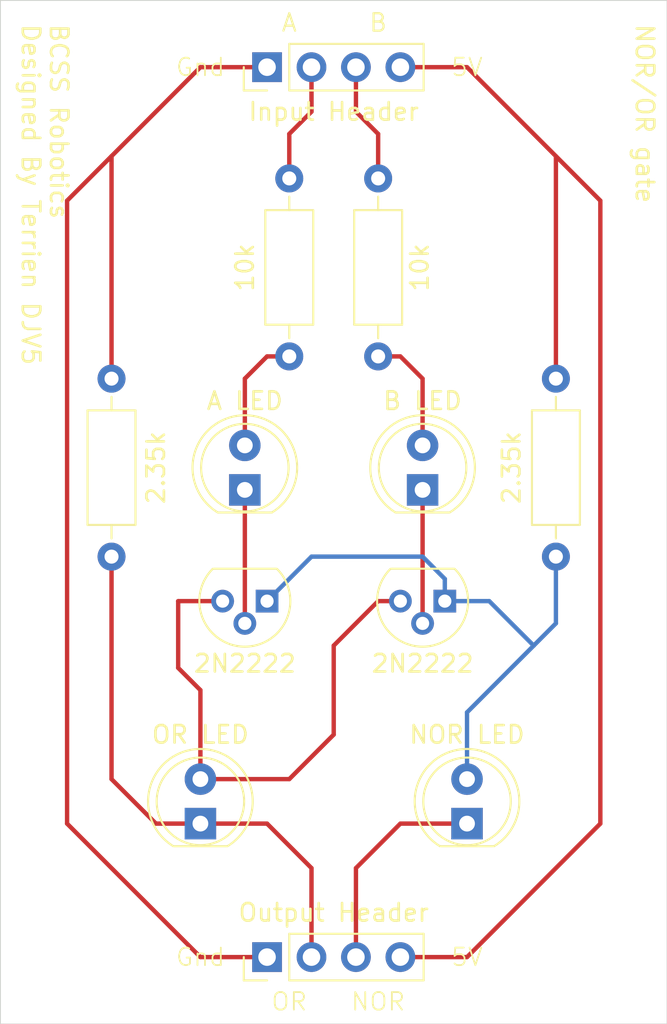
<source format=kicad_pcb>
(kicad_pcb (version 20171130) (host pcbnew 5.99.0+really5.1.12+dfsg1-1)

  (general
    (thickness 1.6)
    (drawings 14)
    (tracks 55)
    (zones 0)
    (modules 12)
    (nets 1)
  )

  (page A4)
  (layers
    (0 F.Cu signal)
    (31 B.Cu signal)
    (32 B.Adhes user)
    (33 F.Adhes user)
    (34 B.Paste user)
    (35 F.Paste user)
    (36 B.SilkS user)
    (37 F.SilkS user)
    (38 B.Mask user)
    (39 F.Mask user)
    (40 Dwgs.User user)
    (41 Cmts.User user)
    (42 Eco1.User user)
    (43 Eco2.User user)
    (44 Edge.Cuts user)
    (45 Margin user)
    (46 B.CrtYd user)
    (47 F.CrtYd user)
    (48 B.Fab user)
    (49 F.Fab user hide)
  )

  (setup
    (last_trace_width 0.25)
    (trace_clearance 0.2)
    (zone_clearance 0.508)
    (zone_45_only no)
    (trace_min 0.2)
    (via_size 0.8)
    (via_drill 0.4)
    (via_min_size 0.4)
    (via_min_drill 0.3)
    (uvia_size 0.3)
    (uvia_drill 0.1)
    (uvias_allowed no)
    (uvia_min_size 0.2)
    (uvia_min_drill 0.1)
    (edge_width 0.05)
    (segment_width 0.2)
    (pcb_text_width 0.3)
    (pcb_text_size 1.5 1.5)
    (mod_edge_width 0.12)
    (mod_text_size 1 1)
    (mod_text_width 0.15)
    (pad_size 0.85 0.85)
    (pad_drill 0.5)
    (pad_to_mask_clearance 0)
    (aux_axis_origin 0 0)
    (visible_elements FFFFFF7F)
    (pcbplotparams
      (layerselection 0x010fc_ffffffff)
      (usegerberextensions false)
      (usegerberattributes true)
      (usegerberadvancedattributes true)
      (creategerberjobfile true)
      (excludeedgelayer true)
      (linewidth 0.100000)
      (plotframeref false)
      (viasonmask false)
      (mode 1)
      (useauxorigin false)
      (hpglpennumber 1)
      (hpglpenspeed 20)
      (hpglpendiameter 15.000000)
      (psnegative false)
      (psa4output false)
      (plotreference true)
      (plotvalue true)
      (plotinvisibletext false)
      (padsonsilk false)
      (subtractmaskfromsilk false)
      (outputformat 1)
      (mirror false)
      (drillshape 0)
      (scaleselection 1)
      (outputdirectory ""))
  )

  (net 0 "")

  (net_class Default "This is the default net class."
    (clearance 0.2)
    (trace_width 0.25)
    (via_dia 0.8)
    (via_drill 0.4)
    (uvia_dia 0.3)
    (uvia_drill 0.1)
  )

  (module Connector_PinHeader_2.54mm:PinHeader_1x04_P2.54mm_Vertical (layer F.Cu) (tedit 59FED5CC) (tstamp 619BCDDD)
    (at 134.62 99.06 90)
    (descr "Through hole straight pin header, 1x04, 2.54mm pitch, single row")
    (tags "Through hole pin header THT 1x04 2.54mm single row")
    (fp_text reference "Output Header" (at 2.54 3.81 180) (layer F.SilkS)
      (effects (font (size 1 1) (thickness 0.15)))
    )
    (fp_text value PinHeader_1x04_P2.54mm_Vertical (at 0 9.95 90) (layer F.Fab)
      (effects (font (size 1 1) (thickness 0.15)))
    )
    (fp_text user %R (at 0 3.81) (layer F.Fab)
      (effects (font (size 1 1) (thickness 0.15)))
    )
    (fp_line (start -0.635 -1.27) (end 1.27 -1.27) (layer F.Fab) (width 0.1))
    (fp_line (start 1.27 -1.27) (end 1.27 8.89) (layer F.Fab) (width 0.1))
    (fp_line (start 1.27 8.89) (end -1.27 8.89) (layer F.Fab) (width 0.1))
    (fp_line (start -1.27 8.89) (end -1.27 -0.635) (layer F.Fab) (width 0.1))
    (fp_line (start -1.27 -0.635) (end -0.635 -1.27) (layer F.Fab) (width 0.1))
    (fp_line (start -1.33 8.95) (end 1.33 8.95) (layer F.SilkS) (width 0.12))
    (fp_line (start -1.33 1.27) (end -1.33 8.95) (layer F.SilkS) (width 0.12))
    (fp_line (start 1.33 1.27) (end 1.33 8.95) (layer F.SilkS) (width 0.12))
    (fp_line (start -1.33 1.27) (end 1.33 1.27) (layer F.SilkS) (width 0.12))
    (fp_line (start -1.33 0) (end -1.33 -1.33) (layer F.SilkS) (width 0.12))
    (fp_line (start -1.33 -1.33) (end 0 -1.33) (layer F.SilkS) (width 0.12))
    (fp_line (start -1.8 -1.8) (end -1.8 9.4) (layer F.CrtYd) (width 0.05))
    (fp_line (start -1.8 9.4) (end 1.8 9.4) (layer F.CrtYd) (width 0.05))
    (fp_line (start 1.8 9.4) (end 1.8 -1.8) (layer F.CrtYd) (width 0.05))
    (fp_line (start 1.8 -1.8) (end -1.8 -1.8) (layer F.CrtYd) (width 0.05))
    (pad 4 thru_hole oval (at 0 7.62 90) (size 1.7 1.7) (drill 1) (layers *.Cu *.Mask))
    (pad 3 thru_hole oval (at 0 5.08 90) (size 1.7 1.7) (drill 1) (layers *.Cu *.Mask))
    (pad 2 thru_hole oval (at 0 2.54 90) (size 1.7 1.7) (drill 1) (layers *.Cu *.Mask))
    (pad 1 thru_hole rect (at 0 0 90) (size 1.7 1.7) (drill 1) (layers *.Cu *.Mask))
    (model ${KISYS3DMOD}/Connector_PinHeader_2.54mm.3dshapes/PinHeader_1x04_P2.54mm_Vertical.wrl
      (at (xyz 0 0 0))
      (scale (xyz 1 1 1))
      (rotate (xyz 0 0 0))
    )
  )

  (module Connector_PinHeader_2.54mm:PinHeader_1x04_P2.54mm_Vertical (layer F.Cu) (tedit 59FED5CC) (tstamp 619BCBCC)
    (at 134.62 48.26 90)
    (descr "Through hole straight pin header, 1x04, 2.54mm pitch, single row")
    (tags "Through hole pin header THT 1x04 2.54mm single row")
    (fp_text reference "Input Header" (at -2.54 3.81 180) (layer F.SilkS)
      (effects (font (size 1 1) (thickness 0.15)))
    )
    (fp_text value PinHeader_1x04_P2.54mm_Vertical (at 0 9.95 90) (layer F.Fab)
      (effects (font (size 1 1) (thickness 0.15)))
    )
    (fp_text user %R (at 0 3.81) (layer F.Fab)
      (effects (font (size 1 1) (thickness 0.15)))
    )
    (fp_line (start -0.635 -1.27) (end 1.27 -1.27) (layer F.Fab) (width 0.1))
    (fp_line (start 1.27 -1.27) (end 1.27 8.89) (layer F.Fab) (width 0.1))
    (fp_line (start 1.27 8.89) (end -1.27 8.89) (layer F.Fab) (width 0.1))
    (fp_line (start -1.27 8.89) (end -1.27 -0.635) (layer F.Fab) (width 0.1))
    (fp_line (start -1.27 -0.635) (end -0.635 -1.27) (layer F.Fab) (width 0.1))
    (fp_line (start -1.33 8.95) (end 1.33 8.95) (layer F.SilkS) (width 0.12))
    (fp_line (start -1.33 1.27) (end -1.33 8.95) (layer F.SilkS) (width 0.12))
    (fp_line (start 1.33 1.27) (end 1.33 8.95) (layer F.SilkS) (width 0.12))
    (fp_line (start -1.33 1.27) (end 1.33 1.27) (layer F.SilkS) (width 0.12))
    (fp_line (start -1.33 0) (end -1.33 -1.33) (layer F.SilkS) (width 0.12))
    (fp_line (start -1.33 -1.33) (end 0 -1.33) (layer F.SilkS) (width 0.12))
    (fp_line (start -1.8 -1.8) (end -1.8 9.4) (layer F.CrtYd) (width 0.05))
    (fp_line (start -1.8 9.4) (end 1.8 9.4) (layer F.CrtYd) (width 0.05))
    (fp_line (start 1.8 9.4) (end 1.8 -1.8) (layer F.CrtYd) (width 0.05))
    (fp_line (start 1.8 -1.8) (end -1.8 -1.8) (layer F.CrtYd) (width 0.05))
    (pad 4 thru_hole oval (at 0 7.62 90) (size 1.7 1.7) (drill 1) (layers *.Cu *.Mask))
    (pad 3 thru_hole oval (at 0 5.08 90) (size 1.7 1.7) (drill 1) (layers *.Cu *.Mask))
    (pad 2 thru_hole oval (at 0 2.54 90) (size 1.7 1.7) (drill 1) (layers *.Cu *.Mask))
    (pad 1 thru_hole rect (at 0 0 90) (size 1.7 1.7) (drill 1) (layers *.Cu *.Mask))
    (model ${KISYS3DMOD}/Connector_PinHeader_2.54mm.3dshapes/PinHeader_1x04_P2.54mm_Vertical.wrl
      (at (xyz 0 0 0))
      (scale (xyz 1 1 1))
      (rotate (xyz 0 0 0))
    )
  )

  (module LED_THT:LED_D5.0mm (layer F.Cu) (tedit 5995936A) (tstamp 61983FC1)
    (at 130.81 91.44 90)
    (descr "LED, diameter 5.0mm, 2 pins, http://cdn-reichelt.de/documents/datenblatt/A500/LL-504BC2E-009.pdf")
    (tags "LED diameter 5.0mm 2 pins")
    (fp_text reference "OR LED" (at 5.08 0 180) (layer F.SilkS)
      (effects (font (size 1 1) (thickness 0.15)))
    )
    (fp_text value LED_D5.0mm (at 1.27 3.96 90) (layer F.Fab)
      (effects (font (size 1 1) (thickness 0.15)))
    )
    (fp_line (start 4.5 -3.25) (end -1.95 -3.25) (layer F.CrtYd) (width 0.05))
    (fp_line (start 4.5 3.25) (end 4.5 -3.25) (layer F.CrtYd) (width 0.05))
    (fp_line (start -1.95 3.25) (end 4.5 3.25) (layer F.CrtYd) (width 0.05))
    (fp_line (start -1.95 -3.25) (end -1.95 3.25) (layer F.CrtYd) (width 0.05))
    (fp_line (start -1.29 -1.545) (end -1.29 1.545) (layer F.SilkS) (width 0.12))
    (fp_line (start -1.23 -1.469694) (end -1.23 1.469694) (layer F.Fab) (width 0.1))
    (fp_circle (center 1.27 0) (end 3.77 0) (layer F.SilkS) (width 0.12))
    (fp_circle (center 1.27 0) (end 3.77 0) (layer F.Fab) (width 0.1))
    (fp_arc (start 1.27 0) (end -1.23 -1.469694) (angle 299.1) (layer F.Fab) (width 0.1))
    (fp_arc (start 1.27 0) (end -1.29 -1.54483) (angle 148.9) (layer F.SilkS) (width 0.12))
    (fp_arc (start 1.27 0) (end -1.29 1.54483) (angle -148.9) (layer F.SilkS) (width 0.12))
    (fp_text user %R (at 1.25 0 90) (layer F.Fab)
      (effects (font (size 0.8 0.8) (thickness 0.2)))
    )
    (pad 1 thru_hole rect (at 0 0 90) (size 1.8 1.8) (drill 0.9) (layers *.Cu *.Mask))
    (pad 2 thru_hole circle (at 2.54 0 90) (size 1.8 1.8) (drill 0.9) (layers *.Cu *.Mask))
    (model ${KISYS3DMOD}/LED_THT.3dshapes/LED_D5.0mm.wrl
      (at (xyz 0 0 0))
      (scale (xyz 1 1 1))
      (rotate (xyz 0 0 0))
    )
  )

  (module Resistor_THT:R_Axial_DIN0207_L6.3mm_D2.5mm_P10.16mm_Horizontal (layer F.Cu) (tedit 5AE5139B) (tstamp 61983FAB)
    (at 125.73 66.04 270)
    (descr "Resistor, Axial_DIN0207 series, Axial, Horizontal, pin pitch=10.16mm, 0.25W = 1/4W, length*diameter=6.3*2.5mm^2, http://cdn-reichelt.de/documents/datenblatt/B400/1_4W%23YAG.pdf")
    (tags "Resistor Axial_DIN0207 series Axial Horizontal pin pitch 10.16mm 0.25W = 1/4W length 6.3mm diameter 2.5mm")
    (fp_text reference 2.35k (at 5.08 -2.54 90) (layer F.SilkS)
      (effects (font (size 1 1) (thickness 0.15)))
    )
    (fp_text value R_Axial_DIN0207_L6.3mm_D2.5mm_P10.16mm_Horizontal (at 5.08 2.37 90) (layer F.Fab)
      (effects (font (size 1 1) (thickness 0.15)))
    )
    (fp_line (start 11.21 -1.5) (end -1.05 -1.5) (layer F.CrtYd) (width 0.05))
    (fp_line (start 11.21 1.5) (end 11.21 -1.5) (layer F.CrtYd) (width 0.05))
    (fp_line (start -1.05 1.5) (end 11.21 1.5) (layer F.CrtYd) (width 0.05))
    (fp_line (start -1.05 -1.5) (end -1.05 1.5) (layer F.CrtYd) (width 0.05))
    (fp_line (start 9.12 0) (end 8.35 0) (layer F.SilkS) (width 0.12))
    (fp_line (start 1.04 0) (end 1.81 0) (layer F.SilkS) (width 0.12))
    (fp_line (start 8.35 -1.37) (end 1.81 -1.37) (layer F.SilkS) (width 0.12))
    (fp_line (start 8.35 1.37) (end 8.35 -1.37) (layer F.SilkS) (width 0.12))
    (fp_line (start 1.81 1.37) (end 8.35 1.37) (layer F.SilkS) (width 0.12))
    (fp_line (start 1.81 -1.37) (end 1.81 1.37) (layer F.SilkS) (width 0.12))
    (fp_line (start 10.16 0) (end 8.23 0) (layer F.Fab) (width 0.1))
    (fp_line (start 0 0) (end 1.93 0) (layer F.Fab) (width 0.1))
    (fp_line (start 8.23 -1.25) (end 1.93 -1.25) (layer F.Fab) (width 0.1))
    (fp_line (start 8.23 1.25) (end 8.23 -1.25) (layer F.Fab) (width 0.1))
    (fp_line (start 1.93 1.25) (end 8.23 1.25) (layer F.Fab) (width 0.1))
    (fp_line (start 1.93 -1.25) (end 1.93 1.25) (layer F.Fab) (width 0.1))
    (fp_text user %R (at 5.08 0 90) (layer F.Fab)
      (effects (font (size 1 1) (thickness 0.15)))
    )
    (pad 1 thru_hole circle (at 0 0 270) (size 1.6 1.6) (drill 0.8) (layers *.Cu *.Mask))
    (pad 2 thru_hole oval (at 10.16 0 270) (size 1.6 1.6) (drill 0.8) (layers *.Cu *.Mask))
    (model ${KISYS3DMOD}/Resistor_THT.3dshapes/R_Axial_DIN0207_L6.3mm_D2.5mm_P10.16mm_Horizontal.wrl
      (at (xyz 0 0 0))
      (scale (xyz 1 1 1))
      (rotate (xyz 0 0 0))
    )
  )

  (module Resistor_THT:R_Axial_DIN0207_L6.3mm_D2.5mm_P10.16mm_Horizontal (layer F.Cu) (tedit 5AE5139B) (tstamp 61982B7D)
    (at 151.13 66.04 270)
    (descr "Resistor, Axial_DIN0207 series, Axial, Horizontal, pin pitch=10.16mm, 0.25W = 1/4W, length*diameter=6.3*2.5mm^2, http://cdn-reichelt.de/documents/datenblatt/B400/1_4W%23YAG.pdf")
    (tags "Resistor Axial_DIN0207 series Axial Horizontal pin pitch 10.16mm 0.25W = 1/4W length 6.3mm diameter 2.5mm")
    (fp_text reference 2.35k (at 5.08 2.54 90) (layer F.SilkS)
      (effects (font (size 1 1) (thickness 0.15)))
    )
    (fp_text value R_Axial_DIN0207_L6.3mm_D2.5mm_P10.16mm_Horizontal (at 5.08 2.37 90) (layer F.Fab)
      (effects (font (size 1 1) (thickness 0.15)))
    )
    (fp_line (start 11.21 -1.5) (end -1.05 -1.5) (layer F.CrtYd) (width 0.05))
    (fp_line (start 11.21 1.5) (end 11.21 -1.5) (layer F.CrtYd) (width 0.05))
    (fp_line (start -1.05 1.5) (end 11.21 1.5) (layer F.CrtYd) (width 0.05))
    (fp_line (start -1.05 -1.5) (end -1.05 1.5) (layer F.CrtYd) (width 0.05))
    (fp_line (start 9.12 0) (end 8.35 0) (layer F.SilkS) (width 0.12))
    (fp_line (start 1.04 0) (end 1.81 0) (layer F.SilkS) (width 0.12))
    (fp_line (start 8.35 -1.37) (end 1.81 -1.37) (layer F.SilkS) (width 0.12))
    (fp_line (start 8.35 1.37) (end 8.35 -1.37) (layer F.SilkS) (width 0.12))
    (fp_line (start 1.81 1.37) (end 8.35 1.37) (layer F.SilkS) (width 0.12))
    (fp_line (start 1.81 -1.37) (end 1.81 1.37) (layer F.SilkS) (width 0.12))
    (fp_line (start 10.16 0) (end 8.23 0) (layer F.Fab) (width 0.1))
    (fp_line (start 0 0) (end 1.93 0) (layer F.Fab) (width 0.1))
    (fp_line (start 8.23 -1.25) (end 1.93 -1.25) (layer F.Fab) (width 0.1))
    (fp_line (start 8.23 1.25) (end 8.23 -1.25) (layer F.Fab) (width 0.1))
    (fp_line (start 1.93 1.25) (end 8.23 1.25) (layer F.Fab) (width 0.1))
    (fp_line (start 1.93 -1.25) (end 1.93 1.25) (layer F.Fab) (width 0.1))
    (fp_text user %R (at 5.08 0 90) (layer F.Fab)
      (effects (font (size 1 1) (thickness 0.15)))
    )
    (pad 2 thru_hole oval (at 10.16 0 270) (size 1.6 1.6) (drill 0.8) (layers *.Cu *.Mask))
    (pad 1 thru_hole circle (at 0 0 270) (size 1.6 1.6) (drill 0.8) (layers *.Cu *.Mask))
    (model ${KISYS3DMOD}/Resistor_THT.3dshapes/R_Axial_DIN0207_L6.3mm_D2.5mm_P10.16mm_Horizontal.wrl
      (at (xyz 0 0 0))
      (scale (xyz 1 1 1))
      (rotate (xyz 0 0 0))
    )
  )

  (module Resistor_THT:R_Axial_DIN0207_L6.3mm_D2.5mm_P10.16mm_Horizontal (layer F.Cu) (tedit 5AE5139B) (tstamp 61982B24)
    (at 140.97 54.61 270)
    (descr "Resistor, Axial_DIN0207 series, Axial, Horizontal, pin pitch=10.16mm, 0.25W = 1/4W, length*diameter=6.3*2.5mm^2, http://cdn-reichelt.de/documents/datenblatt/B400/1_4W%23YAG.pdf")
    (tags "Resistor Axial_DIN0207 series Axial Horizontal pin pitch 10.16mm 0.25W = 1/4W length 6.3mm diameter 2.5mm")
    (fp_text reference 10k (at 5.08 -2.37 90) (layer F.SilkS)
      (effects (font (size 1 1) (thickness 0.15)))
    )
    (fp_text value R_Axial_DIN0207_L6.3mm_D2.5mm_P10.16mm_Horizontal (at 5.08 2.37 90) (layer F.Fab)
      (effects (font (size 1 1) (thickness 0.15)))
    )
    (fp_line (start 11.21 -1.5) (end -1.05 -1.5) (layer F.CrtYd) (width 0.05))
    (fp_line (start 11.21 1.5) (end 11.21 -1.5) (layer F.CrtYd) (width 0.05))
    (fp_line (start -1.05 1.5) (end 11.21 1.5) (layer F.CrtYd) (width 0.05))
    (fp_line (start -1.05 -1.5) (end -1.05 1.5) (layer F.CrtYd) (width 0.05))
    (fp_line (start 9.12 0) (end 8.35 0) (layer F.SilkS) (width 0.12))
    (fp_line (start 1.04 0) (end 1.81 0) (layer F.SilkS) (width 0.12))
    (fp_line (start 8.35 -1.37) (end 1.81 -1.37) (layer F.SilkS) (width 0.12))
    (fp_line (start 8.35 1.37) (end 8.35 -1.37) (layer F.SilkS) (width 0.12))
    (fp_line (start 1.81 1.37) (end 8.35 1.37) (layer F.SilkS) (width 0.12))
    (fp_line (start 1.81 -1.37) (end 1.81 1.37) (layer F.SilkS) (width 0.12))
    (fp_line (start 10.16 0) (end 8.23 0) (layer F.Fab) (width 0.1))
    (fp_line (start 0 0) (end 1.93 0) (layer F.Fab) (width 0.1))
    (fp_line (start 8.23 -1.25) (end 1.93 -1.25) (layer F.Fab) (width 0.1))
    (fp_line (start 8.23 1.25) (end 8.23 -1.25) (layer F.Fab) (width 0.1))
    (fp_line (start 1.93 1.25) (end 8.23 1.25) (layer F.Fab) (width 0.1))
    (fp_line (start 1.93 -1.25) (end 1.93 1.25) (layer F.Fab) (width 0.1))
    (fp_text user %R (at 5.08 0 90) (layer F.Fab)
      (effects (font (size 1 1) (thickness 0.15)))
    )
    (pad 2 thru_hole oval (at 10.16 0 270) (size 1.6 1.6) (drill 0.8) (layers *.Cu *.Mask))
    (pad 1 thru_hole circle (at 0 0 270) (size 1.6 1.6) (drill 0.8) (layers *.Cu *.Mask))
    (model ${KISYS3DMOD}/Resistor_THT.3dshapes/R_Axial_DIN0207_L6.3mm_D2.5mm_P10.16mm_Horizontal.wrl
      (at (xyz 0 0 0))
      (scale (xyz 1 1 1))
      (rotate (xyz 0 0 0))
    )
  )

  (module Resistor_THT:R_Axial_DIN0207_L6.3mm_D2.5mm_P10.16mm_Horizontal (layer F.Cu) (tedit 5AE5139B) (tstamp 61982ACB)
    (at 135.89 54.61 270)
    (descr "Resistor, Axial_DIN0207 series, Axial, Horizontal, pin pitch=10.16mm, 0.25W = 1/4W, length*diameter=6.3*2.5mm^2, http://cdn-reichelt.de/documents/datenblatt/B400/1_4W%23YAG.pdf")
    (tags "Resistor Axial_DIN0207 series Axial Horizontal pin pitch 10.16mm 0.25W = 1/4W length 6.3mm diameter 2.5mm")
    (fp_text reference 10k (at 5.08 2.54 90) (layer F.SilkS)
      (effects (font (size 1 1) (thickness 0.15)))
    )
    (fp_text value R_Axial_DIN0207_L6.3mm_D2.5mm_P10.16mm_Horizontal (at 5.08 2.37 90) (layer F.Fab)
      (effects (font (size 1 1) (thickness 0.15)))
    )
    (fp_line (start 11.21 -1.5) (end -1.05 -1.5) (layer F.CrtYd) (width 0.05))
    (fp_line (start 11.21 1.5) (end 11.21 -1.5) (layer F.CrtYd) (width 0.05))
    (fp_line (start -1.05 1.5) (end 11.21 1.5) (layer F.CrtYd) (width 0.05))
    (fp_line (start -1.05 -1.5) (end -1.05 1.5) (layer F.CrtYd) (width 0.05))
    (fp_line (start 9.12 0) (end 8.35 0) (layer F.SilkS) (width 0.12))
    (fp_line (start 1.04 0) (end 1.81 0) (layer F.SilkS) (width 0.12))
    (fp_line (start 8.35 -1.37) (end 1.81 -1.37) (layer F.SilkS) (width 0.12))
    (fp_line (start 8.35 1.37) (end 8.35 -1.37) (layer F.SilkS) (width 0.12))
    (fp_line (start 1.81 1.37) (end 8.35 1.37) (layer F.SilkS) (width 0.12))
    (fp_line (start 1.81 -1.37) (end 1.81 1.37) (layer F.SilkS) (width 0.12))
    (fp_line (start 10.16 0) (end 8.23 0) (layer F.Fab) (width 0.1))
    (fp_line (start 0 0) (end 1.93 0) (layer F.Fab) (width 0.1))
    (fp_line (start 8.23 -1.25) (end 1.93 -1.25) (layer F.Fab) (width 0.1))
    (fp_line (start 8.23 1.25) (end 8.23 -1.25) (layer F.Fab) (width 0.1))
    (fp_line (start 1.93 1.25) (end 8.23 1.25) (layer F.Fab) (width 0.1))
    (fp_line (start 1.93 -1.25) (end 1.93 1.25) (layer F.Fab) (width 0.1))
    (fp_text user %R (at 5.08 0 90) (layer F.Fab)
      (effects (font (size 1 1) (thickness 0.15)))
    )
    (pad 2 thru_hole oval (at 10.16 0 270) (size 1.6 1.6) (drill 0.8) (layers *.Cu *.Mask))
    (pad 1 thru_hole circle (at 0 0 270) (size 1.6 1.6) (drill 0.8) (layers *.Cu *.Mask))
    (model ${KISYS3DMOD}/Resistor_THT.3dshapes/R_Axial_DIN0207_L6.3mm_D2.5mm_P10.16mm_Horizontal.wrl
      (at (xyz 0 0 0))
      (scale (xyz 1 1 1))
      (rotate (xyz 0 0 0))
    )
  )

  (module LED_THT:LED_D5.0mm (layer F.Cu) (tedit 5995936A) (tstamp 6198276B)
    (at 133.35 72.39 90)
    (descr "LED, diameter 5.0mm, 2 pins, http://cdn-reichelt.de/documents/datenblatt/A500/LL-504BC2E-009.pdf")
    (tags "LED diameter 5.0mm 2 pins")
    (fp_text reference "A LED" (at 5.08 0 180) (layer F.SilkS)
      (effects (font (size 1 1) (thickness 0.15)))
    )
    (fp_text value LED_D5.0mm (at 1.27 3.96 90) (layer F.Fab)
      (effects (font (size 1 1) (thickness 0.15)))
    )
    (fp_line (start 4.5 -3.25) (end -1.95 -3.25) (layer F.CrtYd) (width 0.05))
    (fp_line (start 4.5 3.25) (end 4.5 -3.25) (layer F.CrtYd) (width 0.05))
    (fp_line (start -1.95 3.25) (end 4.5 3.25) (layer F.CrtYd) (width 0.05))
    (fp_line (start -1.95 -3.25) (end -1.95 3.25) (layer F.CrtYd) (width 0.05))
    (fp_line (start -1.29 -1.545) (end -1.29 1.545) (layer F.SilkS) (width 0.12))
    (fp_line (start -1.23 -1.469694) (end -1.23 1.469694) (layer F.Fab) (width 0.1))
    (fp_circle (center 1.27 0) (end 3.77 0) (layer F.SilkS) (width 0.12))
    (fp_circle (center 1.27 0) (end 3.77 0) (layer F.Fab) (width 0.1))
    (fp_text user %R (at 1.25 0 90) (layer F.Fab)
      (effects (font (size 0.8 0.8) (thickness 0.2)))
    )
    (fp_arc (start 1.27 0) (end -1.29 1.54483) (angle -148.9) (layer F.SilkS) (width 0.12))
    (fp_arc (start 1.27 0) (end -1.29 -1.54483) (angle 148.9) (layer F.SilkS) (width 0.12))
    (fp_arc (start 1.27 0) (end -1.23 -1.469694) (angle 299.1) (layer F.Fab) (width 0.1))
    (pad 2 thru_hole circle (at 2.54 0 90) (size 1.8 1.8) (drill 0.9) (layers *.Cu *.Mask))
    (pad 1 thru_hole rect (at 0 0 90) (size 1.8 1.8) (drill 0.9) (layers *.Cu *.Mask))
    (model ${KISYS3DMOD}/LED_THT.3dshapes/LED_D5.0mm.wrl
      (at (xyz 0 0 0))
      (scale (xyz 1 1 1))
      (rotate (xyz 0 0 0))
    )
  )

  (module LED_THT:LED_D5.0mm (layer F.Cu) (tedit 5995936A) (tstamp 61982726)
    (at 146.05 91.44 90)
    (descr "LED, diameter 5.0mm, 2 pins, http://cdn-reichelt.de/documents/datenblatt/A500/LL-504BC2E-009.pdf")
    (tags "LED diameter 5.0mm 2 pins")
    (fp_text reference "NOR LED" (at 5.08 0 180) (layer F.SilkS)
      (effects (font (size 1 1) (thickness 0.15)))
    )
    (fp_text value LED_D5.0mm (at 1.27 3.96 90) (layer F.Fab)
      (effects (font (size 1 1) (thickness 0.15)))
    )
    (fp_line (start 4.5 -3.25) (end -1.95 -3.25) (layer F.CrtYd) (width 0.05))
    (fp_line (start 4.5 3.25) (end 4.5 -3.25) (layer F.CrtYd) (width 0.05))
    (fp_line (start -1.95 3.25) (end 4.5 3.25) (layer F.CrtYd) (width 0.05))
    (fp_line (start -1.95 -3.25) (end -1.95 3.25) (layer F.CrtYd) (width 0.05))
    (fp_line (start -1.29 -1.545) (end -1.29 1.545) (layer F.SilkS) (width 0.12))
    (fp_line (start -1.23 -1.469694) (end -1.23 1.469694) (layer F.Fab) (width 0.1))
    (fp_circle (center 1.27 0) (end 3.77 0) (layer F.SilkS) (width 0.12))
    (fp_circle (center 1.27 0) (end 3.77 0) (layer F.Fab) (width 0.1))
    (fp_text user %R (at 1.25 0 90) (layer F.Fab)
      (effects (font (size 0.8 0.8) (thickness 0.2)))
    )
    (fp_arc (start 1.27 0) (end -1.29 1.54483) (angle -148.9) (layer F.SilkS) (width 0.12))
    (fp_arc (start 1.27 0) (end -1.29 -1.54483) (angle 148.9) (layer F.SilkS) (width 0.12))
    (fp_arc (start 1.27 0) (end -1.23 -1.469694) (angle 299.1) (layer F.Fab) (width 0.1))
    (pad 2 thru_hole circle (at 2.54 0 90) (size 1.8 1.8) (drill 0.9) (layers *.Cu *.Mask))
    (pad 1 thru_hole rect (at 0 0 90) (size 1.8 1.8) (drill 0.9) (layers *.Cu *.Mask))
    (model ${KISYS3DMOD}/LED_THT.3dshapes/LED_D5.0mm.wrl
      (at (xyz 0 0 0))
      (scale (xyz 1 1 1))
      (rotate (xyz 0 0 0))
    )
  )

  (module LED_THT:LED_D5.0mm (layer F.Cu) (tedit 5995936A) (tstamp 619826E1)
    (at 143.51 72.39 90)
    (descr "LED, diameter 5.0mm, 2 pins, http://cdn-reichelt.de/documents/datenblatt/A500/LL-504BC2E-009.pdf")
    (tags "LED diameter 5.0mm 2 pins")
    (fp_text reference "B LED" (at 5.08 0 180) (layer F.SilkS)
      (effects (font (size 1 1) (thickness 0.15)))
    )
    (fp_text value LED_D5.0mm (at 1.27 3.96 90) (layer F.Fab)
      (effects (font (size 1 1) (thickness 0.15)))
    )
    (fp_line (start 4.5 -3.25) (end -1.95 -3.25) (layer F.CrtYd) (width 0.05))
    (fp_line (start 4.5 3.25) (end 4.5 -3.25) (layer F.CrtYd) (width 0.05))
    (fp_line (start -1.95 3.25) (end 4.5 3.25) (layer F.CrtYd) (width 0.05))
    (fp_line (start -1.95 -3.25) (end -1.95 3.25) (layer F.CrtYd) (width 0.05))
    (fp_line (start -1.29 -1.545) (end -1.29 1.545) (layer F.SilkS) (width 0.12))
    (fp_line (start -1.23 -1.469694) (end -1.23 1.469694) (layer F.Fab) (width 0.1))
    (fp_circle (center 1.27 0) (end 3.77 0) (layer F.SilkS) (width 0.12))
    (fp_circle (center 1.27 0) (end 3.77 0) (layer F.Fab) (width 0.1))
    (fp_text user %R (at 1.25 0 90) (layer F.Fab)
      (effects (font (size 0.8 0.8) (thickness 0.2)))
    )
    (fp_arc (start 1.27 0) (end -1.29 1.54483) (angle -148.9) (layer F.SilkS) (width 0.12))
    (fp_arc (start 1.27 0) (end -1.29 -1.54483) (angle 148.9) (layer F.SilkS) (width 0.12))
    (fp_arc (start 1.27 0) (end -1.23 -1.469694) (angle 299.1) (layer F.Fab) (width 0.1))
    (pad 2 thru_hole circle (at 2.54 0 90) (size 1.8 1.8) (drill 0.9) (layers *.Cu *.Mask))
    (pad 1 thru_hole rect (at 0 0 90) (size 1.8 1.8) (drill 0.9) (layers *.Cu *.Mask))
    (model ${KISYS3DMOD}/LED_THT.3dshapes/LED_D5.0mm.wrl
      (at (xyz 0 0 0))
      (scale (xyz 1 1 1))
      (rotate (xyz 0 0 0))
    )
  )

  (module Package_TO_SOT_THT:TO-92 (layer F.Cu) (tedit 5A279852) (tstamp 61981B95)
    (at 144.78 78.74 180)
    (descr "TO-92 leads molded, narrow, drill 0.75mm (see NXP sot054_po.pdf)")
    (tags "to-92 sc-43 sc-43a sot54 PA33 transistor")
    (fp_text reference 2N2222 (at 1.27 -3.56) (layer F.SilkS)
      (effects (font (size 1 1) (thickness 0.15)))
    )
    (fp_text value TO-92 (at 1.27 2.79) (layer F.Fab)
      (effects (font (size 1 1) (thickness 0.15)))
    )
    (fp_line (start 4 2.01) (end -1.46 2.01) (layer F.CrtYd) (width 0.05))
    (fp_line (start 4 2.01) (end 4 -2.73) (layer F.CrtYd) (width 0.05))
    (fp_line (start -1.46 -2.73) (end -1.46 2.01) (layer F.CrtYd) (width 0.05))
    (fp_line (start -1.46 -2.73) (end 4 -2.73) (layer F.CrtYd) (width 0.05))
    (fp_line (start -0.5 1.75) (end 3 1.75) (layer F.Fab) (width 0.1))
    (fp_line (start -0.53 1.85) (end 3.07 1.85) (layer F.SilkS) (width 0.12))
    (fp_arc (start 1.27 0) (end 1.27 -2.6) (angle 135) (layer F.SilkS) (width 0.12))
    (fp_arc (start 1.27 0) (end 1.27 -2.48) (angle -135) (layer F.Fab) (width 0.1))
    (fp_arc (start 1.27 0) (end 1.27 -2.6) (angle -135) (layer F.SilkS) (width 0.12))
    (fp_arc (start 1.27 0) (end 1.27 -2.48) (angle 135) (layer F.Fab) (width 0.1))
    (fp_text user %R (at 1.27 0) (layer F.Fab)
      (effects (font (size 1 1) (thickness 0.15)))
    )
    (pad 1 thru_hole rect (at 0 0 180) (size 1.3 1.3) (drill 0.75) (layers *.Cu *.Mask))
    (pad 3 thru_hole circle (at 2.54 0 180) (size 1.3 1.3) (drill 0.75) (layers *.Cu *.Mask))
    (pad 2 thru_hole circle (at 1.27 -1.27 180) (size 1.3 1.3) (drill 0.75) (layers *.Cu *.Mask))
    (model ${KISYS3DMOD}/Package_TO_SOT_THT.3dshapes/TO-92.wrl
      (at (xyz 0 0 0))
      (scale (xyz 1 1 1))
      (rotate (xyz 0 0 0))
    )
  )

  (module Package_TO_SOT_THT:TO-92 (layer F.Cu) (tedit 5A279852) (tstamp 61981B50)
    (at 134.62 78.74 180)
    (descr "TO-92 leads molded, narrow, drill 0.75mm (see NXP sot054_po.pdf)")
    (tags "to-92 sc-43 sc-43a sot54 PA33 transistor")
    (fp_text reference 2N2222 (at 1.27 -3.56) (layer F.SilkS)
      (effects (font (size 1 1) (thickness 0.15)))
    )
    (fp_text value TO-92 (at 1.27 2.79) (layer F.Fab)
      (effects (font (size 1 1) (thickness 0.15)))
    )
    (fp_line (start 4 2.01) (end -1.46 2.01) (layer F.CrtYd) (width 0.05))
    (fp_line (start 4 2.01) (end 4 -2.73) (layer F.CrtYd) (width 0.05))
    (fp_line (start -1.46 -2.73) (end -1.46 2.01) (layer F.CrtYd) (width 0.05))
    (fp_line (start -1.46 -2.73) (end 4 -2.73) (layer F.CrtYd) (width 0.05))
    (fp_line (start -0.5 1.75) (end 3 1.75) (layer F.Fab) (width 0.1))
    (fp_line (start -0.53 1.85) (end 3.07 1.85) (layer F.SilkS) (width 0.12))
    (fp_arc (start 1.27 0) (end 1.27 -2.6) (angle 135) (layer F.SilkS) (width 0.12))
    (fp_arc (start 1.27 0) (end 1.27 -2.48) (angle -135) (layer F.Fab) (width 0.1))
    (fp_arc (start 1.27 0) (end 1.27 -2.6) (angle -135) (layer F.SilkS) (width 0.12))
    (fp_arc (start 1.27 0) (end 1.27 -2.48) (angle 135) (layer F.Fab) (width 0.1))
    (fp_text user %R (at 1.27 0) (layer F.Fab)
      (effects (font (size 1 1) (thickness 0.15)))
    )
    (pad 1 thru_hole rect (at 0 0 180) (size 1.3 1.3) (drill 0.75) (layers *.Cu *.Mask))
    (pad 3 thru_hole circle (at 2.54 0 180) (size 1.3 1.3) (drill 0.75) (layers *.Cu *.Mask))
    (pad 2 thru_hole circle (at 1.27 -1.27 180) (size 1.3 1.3) (drill 0.75) (layers *.Cu *.Mask))
    (model ${KISYS3DMOD}/Package_TO_SOT_THT.3dshapes/TO-92.wrl
      (at (xyz 0 0 0))
      (scale (xyz 1 1 1))
      (rotate (xyz 0 0 0))
    )
  )

  (gr_text "NOR/OR gate" (at 156.21 45.72 270) (layer F.SilkS)
    (effects (font (size 1 1) (thickness 0.15)) (justify left))
  )
  (gr_text "BCSS Robotics\nDesigned By Terrien DJV5" (at 121.92 45.72 -90) (layer F.SilkS)
    (effects (font (size 1 1) (thickness 0.15)) (justify left))
  )
  (gr_line (start 119.38 102.87) (end 119.38 44.45) (layer Edge.Cuts) (width 0.05) (tstamp 61985192))
  (gr_line (start 157.48 102.87) (end 119.38 102.87) (layer Edge.Cuts) (width 0.05))
  (gr_line (start 157.48 44.45) (end 157.48 102.87) (layer Edge.Cuts) (width 0.05))
  (gr_line (start 119.38 44.45) (end 157.48 44.45) (layer Edge.Cuts) (width 0.05))
  (gr_text Gnd (at 130.81 99.06) (layer F.SilkS)
    (effects (font (size 1 1) (thickness 0.1)))
  )
  (gr_text 5V (at 146.05 99.06) (layer F.SilkS)
    (effects (font (size 1 1) (thickness 0.1)))
  )
  (gr_text NOR (at 140.97 101.6) (layer F.SilkS)
    (effects (font (size 1 1) (thickness 0.1)))
  )
  (gr_text Gnd (at 130.81 48.26) (layer F.SilkS)
    (effects (font (size 1 1) (thickness 0.1)))
  )
  (gr_text 5V (at 146.05 48.26) (layer F.SilkS)
    (effects (font (size 1 1) (thickness 0.1)))
  )
  (gr_text B (at 140.97 45.72) (layer F.SilkS)
    (effects (font (size 1 1) (thickness 0.125)))
  )
  (gr_text A (at 135.89 45.72) (layer F.SilkS)
    (effects (font (size 1 1) (thickness 0.125)))
  )
  (gr_text OR (at 135.89 101.6) (layer F.SilkS)
    (effects (font (size 1 1) (thickness 0.1)))
  )

  (segment (start 153.67 55.88) (end 153.67 91.44) (width 0.25) (layer F.Cu) (net 0))
  (segment (start 153.67 91.44) (end 146.05 99.06) (width 0.25) (layer F.Cu) (net 0))
  (segment (start 123.19 55.88) (end 123.19 91.44) (width 0.25) (layer F.Cu) (net 0))
  (segment (start 123.19 91.44) (end 130.81 99.06) (width 0.25) (layer F.Cu) (net 0))
  (segment (start 151.13 66.04) (end 151.13 53.34) (width 0.25) (layer F.Cu) (net 0))
  (segment (start 143.51 72.39) (end 143.51 80.01) (width 0.25) (layer F.Cu) (net 0))
  (segment (start 133.35 72.39) (end 133.35 80.01) (width 0.25) (layer F.Cu) (net 0))
  (segment (start 142.24 78.74) (end 140.97 78.74) (width 0.25) (layer F.Cu) (net 0))
  (segment (start 140.97 78.74) (end 138.43 81.28) (width 0.25) (layer F.Cu) (net 0))
  (segment (start 138.43 81.28) (end 138.43 86.36) (width 0.25) (layer F.Cu) (net 0))
  (segment (start 130.81 88.9) (end 135.89 88.9) (width 0.25) (layer F.Cu) (net 0))
  (segment (start 135.89 88.9) (end 138.43 86.36) (width 0.25) (layer F.Cu) (net 0))
  (segment (start 132.08 78.74) (end 129.54 78.74) (width 0.25) (layer F.Cu) (net 0))
  (segment (start 129.54 78.74) (end 129.54 82.55) (width 0.25) (layer F.Cu) (net 0))
  (segment (start 130.81 83.82) (end 130.81 88.9) (width 0.25) (layer F.Cu) (net 0))
  (segment (start 129.54 82.55) (end 130.81 83.82) (width 0.25) (layer F.Cu) (net 0))
  (segment (start 151.13 76.2) (end 151.13 80.01) (width 0.25) (layer B.Cu) (net 0))
  (segment (start 151.13 80.01) (end 149.86 81.28) (width 0.25) (layer B.Cu) (net 0))
  (segment (start 147.32 78.74) (end 144.78 78.74) (width 0.25) (layer B.Cu) (net 0))
  (segment (start 144.78 78.74) (end 144.78 77.47) (width 0.25) (layer B.Cu) (net 0))
  (segment (start 144.78 77.47) (end 143.51 76.2) (width 0.25) (layer B.Cu) (net 0))
  (segment (start 137.16 76.2) (end 134.62 78.74) (width 0.25) (layer B.Cu) (net 0))
  (segment (start 143.51 76.2) (end 137.16 76.2) (width 0.25) (layer B.Cu) (net 0))
  (segment (start 149.86 81.28) (end 146.05 85.09) (width 0.25) (layer B.Cu) (net 0))
  (segment (start 146.05 85.09) (end 146.05 88.9) (width 0.25) (layer B.Cu) (net 0))
  (segment (start 147.32 78.74) (end 149.86 81.28) (width 0.25) (layer B.Cu) (net 0))
  (segment (start 140.97 64.77) (end 142.24 64.77) (width 0.25) (layer F.Cu) (net 0))
  (segment (start 143.51 66.04) (end 143.51 69.85) (width 0.25) (layer F.Cu) (net 0))
  (segment (start 142.24 64.77) (end 143.51 66.04) (width 0.25) (layer F.Cu) (net 0))
  (segment (start 135.89 64.77) (end 134.62 64.77) (width 0.25) (layer F.Cu) (net 0))
  (segment (start 134.62 64.77) (end 133.35 66.04) (width 0.25) (layer F.Cu) (net 0))
  (segment (start 133.35 66.04) (end 133.35 69.85) (width 0.25) (layer F.Cu) (net 0))
  (segment (start 125.73 66.04) (end 125.73 53.34) (width 0.25) (layer F.Cu) (net 0))
  (segment (start 125.73 53.34) (end 123.19 55.88) (width 0.25) (layer F.Cu) (net 0))
  (segment (start 125.73 76.2) (end 125.73 88.9) (width 0.25) (layer F.Cu) (net 0))
  (segment (start 128.27 91.44) (end 130.81 91.44) (width 0.25) (layer F.Cu) (net 0))
  (segment (start 125.73 88.9) (end 128.27 91.44) (width 0.25) (layer F.Cu) (net 0))
  (segment (start 134.62 91.44) (end 130.81 91.44) (width 0.25) (layer F.Cu) (net 0))
  (segment (start 146.05 99.06) (end 142.24 99.06) (width 0.25) (layer F.Cu) (net 0))
  (segment (start 130.81 99.06) (end 134.62 99.06) (width 0.25) (layer F.Cu) (net 0))
  (segment (start 137.16 99.06) (end 137.16 93.98) (width 0.25) (layer F.Cu) (net 0))
  (segment (start 137.16 93.98) (end 134.62 91.44) (width 0.25) (layer F.Cu) (net 0))
  (segment (start 142.24 91.44) (end 146.05 91.44) (width 0.25) (layer F.Cu) (net 0))
  (segment (start 139.7 93.98) (end 142.24 91.44) (width 0.25) (layer F.Cu) (net 0))
  (segment (start 139.7 99.06) (end 139.7 93.98) (width 0.25) (layer F.Cu) (net 0))
  (segment (start 137.16 50.8) (end 137.16 48.26) (width 0.25) (layer F.Cu) (net 0))
  (segment (start 135.89 52.07) (end 137.16 50.8) (width 0.25) (layer F.Cu) (net 0))
  (segment (start 135.89 54.61) (end 135.89 52.07) (width 0.25) (layer F.Cu) (net 0))
  (segment (start 139.7 50.8) (end 139.7 48.26) (width 0.25) (layer F.Cu) (net 0))
  (segment (start 140.97 52.07) (end 139.7 50.8) (width 0.25) (layer F.Cu) (net 0))
  (segment (start 140.97 54.61) (end 140.97 52.07) (width 0.25) (layer F.Cu) (net 0))
  (segment (start 153.67 55.88) (end 146.05 48.26) (width 0.25) (layer F.Cu) (net 0))
  (segment (start 146.05 48.26) (end 142.24 48.26) (width 0.25) (layer F.Cu) (net 0))
  (segment (start 125.73 53.34) (end 130.81 48.26) (width 0.25) (layer F.Cu) (net 0))
  (segment (start 130.81 48.26) (end 134.62 48.26) (width 0.25) (layer F.Cu) (net 0))

)

</source>
